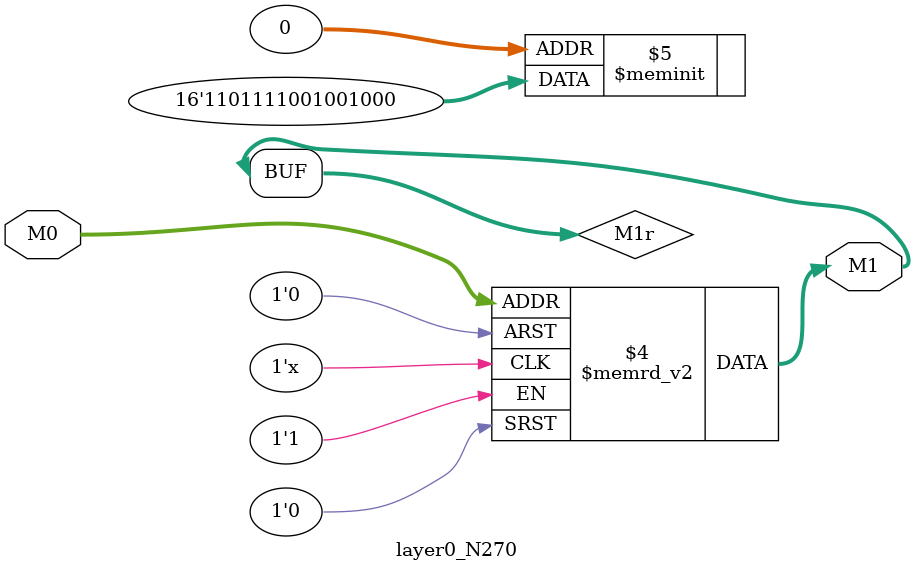
<source format=v>
module layer0_N270 ( input [2:0] M0, output [1:0] M1 );

	(*rom_style = "distributed" *) reg [1:0] M1r;
	assign M1 = M1r;
	always @ (M0) begin
		case (M0)
			3'b000: M1r = 2'b00;
			3'b100: M1r = 2'b10;
			3'b010: M1r = 2'b00;
			3'b110: M1r = 2'b01;
			3'b001: M1r = 2'b10;
			3'b101: M1r = 2'b11;
			3'b011: M1r = 2'b01;
			3'b111: M1r = 2'b11;

		endcase
	end
endmodule

</source>
